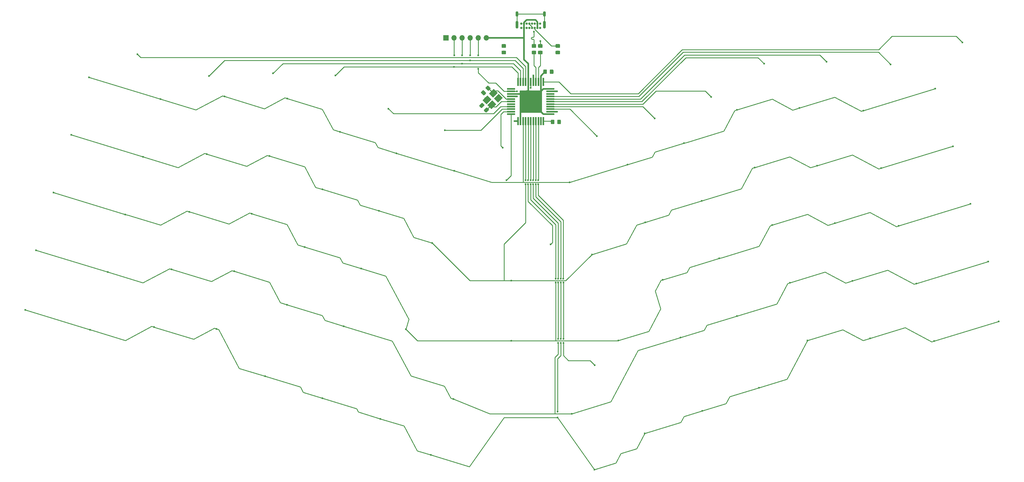
<source format=gtl>
G04 #@! TF.GenerationSoftware,KiCad,Pcbnew,(5.1.4)-1*
G04 #@! TF.CreationDate,2019-11-21T23:19:00-08:00*
G04 #@! TF.ProjectId,AODox,414f446f-782e-46b6-9963-61645f706362,v2*
G04 #@! TF.SameCoordinates,Original*
G04 #@! TF.FileFunction,Copper,L1,Top*
G04 #@! TF.FilePolarity,Positive*
%FSLAX46Y46*%
G04 Gerber Fmt 4.6, Leading zero omitted, Abs format (unit mm)*
G04 Created by KiCad (PCBNEW (5.1.4)-1) date 2019-11-21 23:19:00*
%MOMM*%
%LPD*%
G04 APERTURE LIST*
%ADD10O,0.900000X1.700000*%
%ADD11O,0.900000X2.400000*%
%ADD12C,0.700000*%
%ADD13C,0.100000*%
%ADD14C,1.150000*%
%ADD15R,1.700000X1.700000*%
%ADD16O,1.700000X1.700000*%
%ADD17C,1.800000*%
%ADD18R,0.550000X2.500000*%
%ADD19R,2.500000X0.550000*%
%ADD20C,0.600000*%
%ADD21C,0.508000*%
%ADD22C,0.254000*%
G04 APERTURE END LIST*
D10*
X215692251Y-64236000D03*
X224342251Y-64236000D03*
D11*
X215692251Y-67616000D03*
X224342251Y-67616000D03*
D12*
X219592251Y-67246000D03*
X217042251Y-67246000D03*
X217892251Y-67246000D03*
X218742251Y-67246000D03*
X222992251Y-67246000D03*
X221292251Y-67246000D03*
X220442251Y-67246000D03*
X222142251Y-67246000D03*
X217042251Y-68596000D03*
X217892251Y-68596000D03*
X218742251Y-68596000D03*
X219592251Y-68596000D03*
X220442251Y-68596000D03*
X221292251Y-68596000D03*
X222142251Y-68596000D03*
X222992251Y-68596000D03*
D13*
G36*
X206179943Y-93718980D02*
G01*
X206204211Y-93722580D01*
X206228010Y-93728541D01*
X206251109Y-93736806D01*
X206273288Y-93747296D01*
X206294331Y-93759908D01*
X206314037Y-93774523D01*
X206332215Y-93790999D01*
X206791836Y-94250620D01*
X206808312Y-94268798D01*
X206822927Y-94288504D01*
X206835539Y-94309547D01*
X206846029Y-94331726D01*
X206854294Y-94354825D01*
X206860255Y-94378624D01*
X206863855Y-94402892D01*
X206865059Y-94427396D01*
X206863855Y-94451900D01*
X206860255Y-94476168D01*
X206854294Y-94499967D01*
X206846029Y-94523066D01*
X206835539Y-94545245D01*
X206822927Y-94566288D01*
X206808312Y-94585994D01*
X206791836Y-94604172D01*
X206155439Y-95240569D01*
X206137261Y-95257045D01*
X206117555Y-95271660D01*
X206096512Y-95284272D01*
X206074333Y-95294762D01*
X206051234Y-95303027D01*
X206027435Y-95308988D01*
X206003167Y-95312588D01*
X205978663Y-95313792D01*
X205954159Y-95312588D01*
X205929891Y-95308988D01*
X205906092Y-95303027D01*
X205882993Y-95294762D01*
X205860814Y-95284272D01*
X205839771Y-95271660D01*
X205820065Y-95257045D01*
X205801887Y-95240569D01*
X205342266Y-94780948D01*
X205325790Y-94762770D01*
X205311175Y-94743064D01*
X205298563Y-94722021D01*
X205288073Y-94699842D01*
X205279808Y-94676743D01*
X205273847Y-94652944D01*
X205270247Y-94628676D01*
X205269043Y-94604172D01*
X205270247Y-94579668D01*
X205273847Y-94555400D01*
X205279808Y-94531601D01*
X205288073Y-94508502D01*
X205298563Y-94486323D01*
X205311175Y-94465280D01*
X205325790Y-94445574D01*
X205342266Y-94427396D01*
X205978663Y-93790999D01*
X205996841Y-93774523D01*
X206016547Y-93759908D01*
X206037590Y-93747296D01*
X206059769Y-93736806D01*
X206082868Y-93728541D01*
X206106667Y-93722580D01*
X206130935Y-93718980D01*
X206155439Y-93717776D01*
X206179943Y-93718980D01*
X206179943Y-93718980D01*
G37*
D14*
X206067051Y-94515784D03*
D13*
G36*
X204730375Y-92269412D02*
G01*
X204754643Y-92273012D01*
X204778442Y-92278973D01*
X204801541Y-92287238D01*
X204823720Y-92297728D01*
X204844763Y-92310340D01*
X204864469Y-92324955D01*
X204882647Y-92341431D01*
X205342268Y-92801052D01*
X205358744Y-92819230D01*
X205373359Y-92838936D01*
X205385971Y-92859979D01*
X205396461Y-92882158D01*
X205404726Y-92905257D01*
X205410687Y-92929056D01*
X205414287Y-92953324D01*
X205415491Y-92977828D01*
X205414287Y-93002332D01*
X205410687Y-93026600D01*
X205404726Y-93050399D01*
X205396461Y-93073498D01*
X205385971Y-93095677D01*
X205373359Y-93116720D01*
X205358744Y-93136426D01*
X205342268Y-93154604D01*
X204705871Y-93791001D01*
X204687693Y-93807477D01*
X204667987Y-93822092D01*
X204646944Y-93834704D01*
X204624765Y-93845194D01*
X204601666Y-93853459D01*
X204577867Y-93859420D01*
X204553599Y-93863020D01*
X204529095Y-93864224D01*
X204504591Y-93863020D01*
X204480323Y-93859420D01*
X204456524Y-93853459D01*
X204433425Y-93845194D01*
X204411246Y-93834704D01*
X204390203Y-93822092D01*
X204370497Y-93807477D01*
X204352319Y-93791001D01*
X203892698Y-93331380D01*
X203876222Y-93313202D01*
X203861607Y-93293496D01*
X203848995Y-93272453D01*
X203838505Y-93250274D01*
X203830240Y-93227175D01*
X203824279Y-93203376D01*
X203820679Y-93179108D01*
X203819475Y-93154604D01*
X203820679Y-93130100D01*
X203824279Y-93105832D01*
X203830240Y-93082033D01*
X203838505Y-93058934D01*
X203848995Y-93036755D01*
X203861607Y-93015712D01*
X203876222Y-92996006D01*
X203892698Y-92977828D01*
X204529095Y-92341431D01*
X204547273Y-92324955D01*
X204566979Y-92310340D01*
X204588022Y-92297728D01*
X204610201Y-92287238D01*
X204633300Y-92278973D01*
X204657099Y-92273012D01*
X204681367Y-92269412D01*
X204705871Y-92268208D01*
X204730375Y-92269412D01*
X204730375Y-92269412D01*
G37*
D14*
X204617483Y-93066216D03*
D13*
G36*
X226929921Y-81732837D02*
G01*
X226954189Y-81736437D01*
X226977988Y-81742398D01*
X227001087Y-81750663D01*
X227023266Y-81761153D01*
X227044309Y-81773765D01*
X227064015Y-81788380D01*
X227082193Y-81804856D01*
X227098669Y-81823034D01*
X227113284Y-81842740D01*
X227125896Y-81863783D01*
X227136386Y-81885962D01*
X227144651Y-81909061D01*
X227150612Y-81932860D01*
X227154212Y-81957128D01*
X227155416Y-81981632D01*
X227155416Y-82881634D01*
X227154212Y-82906138D01*
X227150612Y-82930406D01*
X227144651Y-82954205D01*
X227136386Y-82977304D01*
X227125896Y-82999483D01*
X227113284Y-83020526D01*
X227098669Y-83040232D01*
X227082193Y-83058410D01*
X227064015Y-83074886D01*
X227044309Y-83089501D01*
X227023266Y-83102113D01*
X227001087Y-83112603D01*
X226977988Y-83120868D01*
X226954189Y-83126829D01*
X226929921Y-83130429D01*
X226905417Y-83131633D01*
X226255415Y-83131633D01*
X226230911Y-83130429D01*
X226206643Y-83126829D01*
X226182844Y-83120868D01*
X226159745Y-83112603D01*
X226137566Y-83102113D01*
X226116523Y-83089501D01*
X226096817Y-83074886D01*
X226078639Y-83058410D01*
X226062163Y-83040232D01*
X226047548Y-83020526D01*
X226034936Y-82999483D01*
X226024446Y-82977304D01*
X226016181Y-82954205D01*
X226010220Y-82930406D01*
X226006620Y-82906138D01*
X226005416Y-82881634D01*
X226005416Y-81981632D01*
X226006620Y-81957128D01*
X226010220Y-81932860D01*
X226016181Y-81909061D01*
X226024446Y-81885962D01*
X226034936Y-81863783D01*
X226047548Y-81842740D01*
X226062163Y-81823034D01*
X226078639Y-81804856D01*
X226096817Y-81788380D01*
X226116523Y-81773765D01*
X226137566Y-81761153D01*
X226159745Y-81750663D01*
X226182844Y-81742398D01*
X226206643Y-81736437D01*
X226230911Y-81732837D01*
X226255415Y-81731633D01*
X226905417Y-81731633D01*
X226929921Y-81732837D01*
X226929921Y-81732837D01*
G37*
D14*
X226580416Y-82431633D03*
D13*
G36*
X224879921Y-81732837D02*
G01*
X224904189Y-81736437D01*
X224927988Y-81742398D01*
X224951087Y-81750663D01*
X224973266Y-81761153D01*
X224994309Y-81773765D01*
X225014015Y-81788380D01*
X225032193Y-81804856D01*
X225048669Y-81823034D01*
X225063284Y-81842740D01*
X225075896Y-81863783D01*
X225086386Y-81885962D01*
X225094651Y-81909061D01*
X225100612Y-81932860D01*
X225104212Y-81957128D01*
X225105416Y-81981632D01*
X225105416Y-82881634D01*
X225104212Y-82906138D01*
X225100612Y-82930406D01*
X225094651Y-82954205D01*
X225086386Y-82977304D01*
X225075896Y-82999483D01*
X225063284Y-83020526D01*
X225048669Y-83040232D01*
X225032193Y-83058410D01*
X225014015Y-83074886D01*
X224994309Y-83089501D01*
X224973266Y-83102113D01*
X224951087Y-83112603D01*
X224927988Y-83120868D01*
X224904189Y-83126829D01*
X224879921Y-83130429D01*
X224855417Y-83131633D01*
X224205415Y-83131633D01*
X224180911Y-83130429D01*
X224156643Y-83126829D01*
X224132844Y-83120868D01*
X224109745Y-83112603D01*
X224087566Y-83102113D01*
X224066523Y-83089501D01*
X224046817Y-83074886D01*
X224028639Y-83058410D01*
X224012163Y-83040232D01*
X223997548Y-83020526D01*
X223984936Y-82999483D01*
X223974446Y-82977304D01*
X223966181Y-82954205D01*
X223960220Y-82930406D01*
X223956620Y-82906138D01*
X223955416Y-82881634D01*
X223955416Y-81981632D01*
X223956620Y-81957128D01*
X223960220Y-81932860D01*
X223966181Y-81909061D01*
X223974446Y-81885962D01*
X223984936Y-81863783D01*
X223997548Y-81842740D01*
X224012163Y-81823034D01*
X224028639Y-81804856D01*
X224046817Y-81788380D01*
X224066523Y-81773765D01*
X224087566Y-81761153D01*
X224109745Y-81750663D01*
X224132844Y-81742398D01*
X224156643Y-81736437D01*
X224180911Y-81732837D01*
X224205415Y-81731633D01*
X224855417Y-81731633D01*
X224879921Y-81732837D01*
X224879921Y-81732837D01*
G37*
D14*
X224530416Y-82431633D03*
D13*
G36*
X206533150Y-86827241D02*
G01*
X206557418Y-86830841D01*
X206581217Y-86836802D01*
X206604316Y-86845067D01*
X206626495Y-86855557D01*
X206647538Y-86868169D01*
X206667244Y-86882784D01*
X206685422Y-86899260D01*
X207321819Y-87535657D01*
X207338295Y-87553835D01*
X207352910Y-87573541D01*
X207365522Y-87594584D01*
X207376012Y-87616763D01*
X207384277Y-87639862D01*
X207390238Y-87663661D01*
X207393838Y-87687929D01*
X207395042Y-87712433D01*
X207393838Y-87736937D01*
X207390238Y-87761205D01*
X207384277Y-87785004D01*
X207376012Y-87808103D01*
X207365522Y-87830282D01*
X207352910Y-87851325D01*
X207338295Y-87871031D01*
X207321819Y-87889209D01*
X206862198Y-88348830D01*
X206844020Y-88365306D01*
X206824314Y-88379921D01*
X206803271Y-88392533D01*
X206781092Y-88403023D01*
X206757993Y-88411288D01*
X206734194Y-88417249D01*
X206709926Y-88420849D01*
X206685422Y-88422053D01*
X206660918Y-88420849D01*
X206636650Y-88417249D01*
X206612851Y-88411288D01*
X206589752Y-88403023D01*
X206567573Y-88392533D01*
X206546530Y-88379921D01*
X206526824Y-88365306D01*
X206508646Y-88348830D01*
X205872249Y-87712433D01*
X205855773Y-87694255D01*
X205841158Y-87674549D01*
X205828546Y-87653506D01*
X205818056Y-87631327D01*
X205809791Y-87608228D01*
X205803830Y-87584429D01*
X205800230Y-87560161D01*
X205799026Y-87535657D01*
X205800230Y-87511153D01*
X205803830Y-87486885D01*
X205809791Y-87463086D01*
X205818056Y-87439987D01*
X205828546Y-87417808D01*
X205841158Y-87396765D01*
X205855773Y-87377059D01*
X205872249Y-87358881D01*
X206331870Y-86899260D01*
X206350048Y-86882784D01*
X206369754Y-86868169D01*
X206390797Y-86855557D01*
X206412976Y-86845067D01*
X206436075Y-86836802D01*
X206459874Y-86830841D01*
X206484142Y-86827241D01*
X206508646Y-86826037D01*
X206533150Y-86827241D01*
X206533150Y-86827241D01*
G37*
D14*
X206597034Y-87624045D03*
D13*
G36*
X205083582Y-88276809D02*
G01*
X205107850Y-88280409D01*
X205131649Y-88286370D01*
X205154748Y-88294635D01*
X205176927Y-88305125D01*
X205197970Y-88317737D01*
X205217676Y-88332352D01*
X205235854Y-88348828D01*
X205872251Y-88985225D01*
X205888727Y-89003403D01*
X205903342Y-89023109D01*
X205915954Y-89044152D01*
X205926444Y-89066331D01*
X205934709Y-89089430D01*
X205940670Y-89113229D01*
X205944270Y-89137497D01*
X205945474Y-89162001D01*
X205944270Y-89186505D01*
X205940670Y-89210773D01*
X205934709Y-89234572D01*
X205926444Y-89257671D01*
X205915954Y-89279850D01*
X205903342Y-89300893D01*
X205888727Y-89320599D01*
X205872251Y-89338777D01*
X205412630Y-89798398D01*
X205394452Y-89814874D01*
X205374746Y-89829489D01*
X205353703Y-89842101D01*
X205331524Y-89852591D01*
X205308425Y-89860856D01*
X205284626Y-89866817D01*
X205260358Y-89870417D01*
X205235854Y-89871621D01*
X205211350Y-89870417D01*
X205187082Y-89866817D01*
X205163283Y-89860856D01*
X205140184Y-89852591D01*
X205118005Y-89842101D01*
X205096962Y-89829489D01*
X205077256Y-89814874D01*
X205059078Y-89798398D01*
X204422681Y-89162001D01*
X204406205Y-89143823D01*
X204391590Y-89124117D01*
X204378978Y-89103074D01*
X204368488Y-89080895D01*
X204360223Y-89057796D01*
X204354262Y-89033997D01*
X204350662Y-89009729D01*
X204349458Y-88985225D01*
X204350662Y-88960721D01*
X204354262Y-88936453D01*
X204360223Y-88912654D01*
X204368488Y-88889555D01*
X204378978Y-88867376D01*
X204391590Y-88846333D01*
X204406205Y-88826627D01*
X204422681Y-88808449D01*
X204882302Y-88348828D01*
X204900480Y-88332352D01*
X204920186Y-88317737D01*
X204941229Y-88305125D01*
X204963408Y-88294635D01*
X204986507Y-88286370D01*
X205010306Y-88280409D01*
X205034574Y-88276809D01*
X205059078Y-88275605D01*
X205083582Y-88276809D01*
X205083582Y-88276809D01*
G37*
D14*
X205147466Y-89073613D03*
D15*
X193367368Y-71751324D03*
D16*
X195907368Y-71751324D03*
X198447368Y-71751324D03*
X200987368Y-71751324D03*
X203527368Y-71751324D03*
X206067368Y-71751324D03*
D13*
G36*
X221491537Y-73737200D02*
G01*
X221515805Y-73740800D01*
X221539604Y-73746761D01*
X221562703Y-73755026D01*
X221584882Y-73765516D01*
X221605925Y-73778128D01*
X221625631Y-73792743D01*
X221643809Y-73809219D01*
X221660285Y-73827397D01*
X221674900Y-73847103D01*
X221687512Y-73868146D01*
X221698002Y-73890325D01*
X221706267Y-73913424D01*
X221712228Y-73937223D01*
X221715828Y-73961491D01*
X221717032Y-73985995D01*
X221717032Y-74635997D01*
X221715828Y-74660501D01*
X221712228Y-74684769D01*
X221706267Y-74708568D01*
X221698002Y-74731667D01*
X221687512Y-74753846D01*
X221674900Y-74774889D01*
X221660285Y-74794595D01*
X221643809Y-74812773D01*
X221625631Y-74829249D01*
X221605925Y-74843864D01*
X221584882Y-74856476D01*
X221562703Y-74866966D01*
X221539604Y-74875231D01*
X221515805Y-74881192D01*
X221491537Y-74884792D01*
X221467033Y-74885996D01*
X220567031Y-74885996D01*
X220542527Y-74884792D01*
X220518259Y-74881192D01*
X220494460Y-74875231D01*
X220471361Y-74866966D01*
X220449182Y-74856476D01*
X220428139Y-74843864D01*
X220408433Y-74829249D01*
X220390255Y-74812773D01*
X220373779Y-74794595D01*
X220359164Y-74774889D01*
X220346552Y-74753846D01*
X220336062Y-74731667D01*
X220327797Y-74708568D01*
X220321836Y-74684769D01*
X220318236Y-74660501D01*
X220317032Y-74635997D01*
X220317032Y-73985995D01*
X220318236Y-73961491D01*
X220321836Y-73937223D01*
X220327797Y-73913424D01*
X220336062Y-73890325D01*
X220346552Y-73868146D01*
X220359164Y-73847103D01*
X220373779Y-73827397D01*
X220390255Y-73809219D01*
X220408433Y-73792743D01*
X220428139Y-73778128D01*
X220449182Y-73765516D01*
X220471361Y-73755026D01*
X220494460Y-73746761D01*
X220518259Y-73740800D01*
X220542527Y-73737200D01*
X220567031Y-73735996D01*
X221467033Y-73735996D01*
X221491537Y-73737200D01*
X221491537Y-73737200D01*
G37*
D14*
X221017032Y-74310996D03*
D13*
G36*
X221491537Y-75787200D02*
G01*
X221515805Y-75790800D01*
X221539604Y-75796761D01*
X221562703Y-75805026D01*
X221584882Y-75815516D01*
X221605925Y-75828128D01*
X221625631Y-75842743D01*
X221643809Y-75859219D01*
X221660285Y-75877397D01*
X221674900Y-75897103D01*
X221687512Y-75918146D01*
X221698002Y-75940325D01*
X221706267Y-75963424D01*
X221712228Y-75987223D01*
X221715828Y-76011491D01*
X221717032Y-76035995D01*
X221717032Y-76685997D01*
X221715828Y-76710501D01*
X221712228Y-76734769D01*
X221706267Y-76758568D01*
X221698002Y-76781667D01*
X221687512Y-76803846D01*
X221674900Y-76824889D01*
X221660285Y-76844595D01*
X221643809Y-76862773D01*
X221625631Y-76879249D01*
X221605925Y-76893864D01*
X221584882Y-76906476D01*
X221562703Y-76916966D01*
X221539604Y-76925231D01*
X221515805Y-76931192D01*
X221491537Y-76934792D01*
X221467033Y-76935996D01*
X220567031Y-76935996D01*
X220542527Y-76934792D01*
X220518259Y-76931192D01*
X220494460Y-76925231D01*
X220471361Y-76916966D01*
X220449182Y-76906476D01*
X220428139Y-76893864D01*
X220408433Y-76879249D01*
X220390255Y-76862773D01*
X220373779Y-76844595D01*
X220359164Y-76824889D01*
X220346552Y-76803846D01*
X220336062Y-76781667D01*
X220327797Y-76758568D01*
X220321836Y-76734769D01*
X220318236Y-76710501D01*
X220317032Y-76685997D01*
X220317032Y-76035995D01*
X220318236Y-76011491D01*
X220321836Y-75987223D01*
X220327797Y-75963424D01*
X220336062Y-75940325D01*
X220346552Y-75918146D01*
X220359164Y-75897103D01*
X220373779Y-75877397D01*
X220390255Y-75859219D01*
X220408433Y-75842743D01*
X220428139Y-75828128D01*
X220449182Y-75815516D01*
X220471361Y-75805026D01*
X220494460Y-75796761D01*
X220518259Y-75790800D01*
X220542527Y-75787200D01*
X220567031Y-75785996D01*
X221467033Y-75785996D01*
X221491537Y-75787200D01*
X221491537Y-75787200D01*
G37*
D14*
X221017032Y-76360996D03*
D13*
G36*
X229299918Y-97562837D02*
G01*
X229324186Y-97566437D01*
X229347985Y-97572398D01*
X229371084Y-97580663D01*
X229393263Y-97591153D01*
X229414306Y-97603765D01*
X229434012Y-97618380D01*
X229452190Y-97634856D01*
X229468666Y-97653034D01*
X229483281Y-97672740D01*
X229495893Y-97693783D01*
X229506383Y-97715962D01*
X229514648Y-97739061D01*
X229520609Y-97762860D01*
X229524209Y-97787128D01*
X229525413Y-97811632D01*
X229525413Y-98711634D01*
X229524209Y-98736138D01*
X229520609Y-98760406D01*
X229514648Y-98784205D01*
X229506383Y-98807304D01*
X229495893Y-98829483D01*
X229483281Y-98850526D01*
X229468666Y-98870232D01*
X229452190Y-98888410D01*
X229434012Y-98904886D01*
X229414306Y-98919501D01*
X229393263Y-98932113D01*
X229371084Y-98942603D01*
X229347985Y-98950868D01*
X229324186Y-98956829D01*
X229299918Y-98960429D01*
X229275414Y-98961633D01*
X228625412Y-98961633D01*
X228600908Y-98960429D01*
X228576640Y-98956829D01*
X228552841Y-98950868D01*
X228529742Y-98942603D01*
X228507563Y-98932113D01*
X228486520Y-98919501D01*
X228466814Y-98904886D01*
X228448636Y-98888410D01*
X228432160Y-98870232D01*
X228417545Y-98850526D01*
X228404933Y-98829483D01*
X228394443Y-98807304D01*
X228386178Y-98784205D01*
X228380217Y-98760406D01*
X228376617Y-98736138D01*
X228375413Y-98711634D01*
X228375413Y-97811632D01*
X228376617Y-97787128D01*
X228380217Y-97762860D01*
X228386178Y-97739061D01*
X228394443Y-97715962D01*
X228404933Y-97693783D01*
X228417545Y-97672740D01*
X228432160Y-97653034D01*
X228448636Y-97634856D01*
X228466814Y-97618380D01*
X228486520Y-97603765D01*
X228507563Y-97591153D01*
X228529742Y-97580663D01*
X228552841Y-97572398D01*
X228576640Y-97566437D01*
X228600908Y-97562837D01*
X228625412Y-97561633D01*
X229275414Y-97561633D01*
X229299918Y-97562837D01*
X229299918Y-97562837D01*
G37*
D14*
X228950413Y-98261633D03*
D13*
G36*
X227249918Y-97562837D02*
G01*
X227274186Y-97566437D01*
X227297985Y-97572398D01*
X227321084Y-97580663D01*
X227343263Y-97591153D01*
X227364306Y-97603765D01*
X227384012Y-97618380D01*
X227402190Y-97634856D01*
X227418666Y-97653034D01*
X227433281Y-97672740D01*
X227445893Y-97693783D01*
X227456383Y-97715962D01*
X227464648Y-97739061D01*
X227470609Y-97762860D01*
X227474209Y-97787128D01*
X227475413Y-97811632D01*
X227475413Y-98711634D01*
X227474209Y-98736138D01*
X227470609Y-98760406D01*
X227464648Y-98784205D01*
X227456383Y-98807304D01*
X227445893Y-98829483D01*
X227433281Y-98850526D01*
X227418666Y-98870232D01*
X227402190Y-98888410D01*
X227384012Y-98904886D01*
X227364306Y-98919501D01*
X227343263Y-98932113D01*
X227321084Y-98942603D01*
X227297985Y-98950868D01*
X227274186Y-98956829D01*
X227249918Y-98960429D01*
X227225414Y-98961633D01*
X226575412Y-98961633D01*
X226550908Y-98960429D01*
X226526640Y-98956829D01*
X226502841Y-98950868D01*
X226479742Y-98942603D01*
X226457563Y-98932113D01*
X226436520Y-98919501D01*
X226416814Y-98904886D01*
X226398636Y-98888410D01*
X226382160Y-98870232D01*
X226367545Y-98850526D01*
X226354933Y-98829483D01*
X226344443Y-98807304D01*
X226336178Y-98784205D01*
X226330217Y-98760406D01*
X226326617Y-98736138D01*
X226325413Y-98711634D01*
X226325413Y-97811632D01*
X226326617Y-97787128D01*
X226330217Y-97762860D01*
X226336178Y-97739061D01*
X226344443Y-97715962D01*
X226354933Y-97693783D01*
X226367545Y-97672740D01*
X226382160Y-97653034D01*
X226398636Y-97634856D01*
X226416814Y-97618380D01*
X226436520Y-97603765D01*
X226457563Y-97591153D01*
X226479742Y-97580663D01*
X226502841Y-97572398D01*
X226526640Y-97566437D01*
X226550908Y-97562837D01*
X226575412Y-97561633D01*
X227225414Y-97561633D01*
X227249918Y-97562837D01*
X227249918Y-97562837D01*
G37*
D14*
X226900413Y-98261633D03*
D13*
G36*
X228991771Y-75787206D02*
G01*
X229016039Y-75790806D01*
X229039838Y-75796767D01*
X229062937Y-75805032D01*
X229085116Y-75815522D01*
X229106159Y-75828134D01*
X229125865Y-75842749D01*
X229144043Y-75859225D01*
X229160519Y-75877403D01*
X229175134Y-75897109D01*
X229187746Y-75918152D01*
X229198236Y-75940331D01*
X229206501Y-75963430D01*
X229212462Y-75987229D01*
X229216062Y-76011497D01*
X229217266Y-76036001D01*
X229217266Y-76686003D01*
X229216062Y-76710507D01*
X229212462Y-76734775D01*
X229206501Y-76758574D01*
X229198236Y-76781673D01*
X229187746Y-76803852D01*
X229175134Y-76824895D01*
X229160519Y-76844601D01*
X229144043Y-76862779D01*
X229125865Y-76879255D01*
X229106159Y-76893870D01*
X229085116Y-76906482D01*
X229062937Y-76916972D01*
X229039838Y-76925237D01*
X229016039Y-76931198D01*
X228991771Y-76934798D01*
X228967267Y-76936002D01*
X228067265Y-76936002D01*
X228042761Y-76934798D01*
X228018493Y-76931198D01*
X227994694Y-76925237D01*
X227971595Y-76916972D01*
X227949416Y-76906482D01*
X227928373Y-76893870D01*
X227908667Y-76879255D01*
X227890489Y-76862779D01*
X227874013Y-76844601D01*
X227859398Y-76824895D01*
X227846786Y-76803852D01*
X227836296Y-76781673D01*
X227828031Y-76758574D01*
X227822070Y-76734775D01*
X227818470Y-76710507D01*
X227817266Y-76686003D01*
X227817266Y-76036001D01*
X227818470Y-76011497D01*
X227822070Y-75987229D01*
X227828031Y-75963430D01*
X227836296Y-75940331D01*
X227846786Y-75918152D01*
X227859398Y-75897109D01*
X227874013Y-75877403D01*
X227890489Y-75859225D01*
X227908667Y-75842749D01*
X227928373Y-75828134D01*
X227949416Y-75815522D01*
X227971595Y-75805032D01*
X227994694Y-75796767D01*
X228018493Y-75790806D01*
X228042761Y-75787206D01*
X228067265Y-75786002D01*
X228967267Y-75786002D01*
X228991771Y-75787206D01*
X228991771Y-75787206D01*
G37*
D14*
X228517266Y-76361002D03*
D13*
G36*
X228991771Y-73737206D02*
G01*
X229016039Y-73740806D01*
X229039838Y-73746767D01*
X229062937Y-73755032D01*
X229085116Y-73765522D01*
X229106159Y-73778134D01*
X229125865Y-73792749D01*
X229144043Y-73809225D01*
X229160519Y-73827403D01*
X229175134Y-73847109D01*
X229187746Y-73868152D01*
X229198236Y-73890331D01*
X229206501Y-73913430D01*
X229212462Y-73937229D01*
X229216062Y-73961497D01*
X229217266Y-73986001D01*
X229217266Y-74636003D01*
X229216062Y-74660507D01*
X229212462Y-74684775D01*
X229206501Y-74708574D01*
X229198236Y-74731673D01*
X229187746Y-74753852D01*
X229175134Y-74774895D01*
X229160519Y-74794601D01*
X229144043Y-74812779D01*
X229125865Y-74829255D01*
X229106159Y-74843870D01*
X229085116Y-74856482D01*
X229062937Y-74866972D01*
X229039838Y-74875237D01*
X229016039Y-74881198D01*
X228991771Y-74884798D01*
X228967267Y-74886002D01*
X228067265Y-74886002D01*
X228042761Y-74884798D01*
X228018493Y-74881198D01*
X227994694Y-74875237D01*
X227971595Y-74866972D01*
X227949416Y-74856482D01*
X227928373Y-74843870D01*
X227908667Y-74829255D01*
X227890489Y-74812779D01*
X227874013Y-74794601D01*
X227859398Y-74774895D01*
X227846786Y-74753852D01*
X227836296Y-74731673D01*
X227828031Y-74708574D01*
X227822070Y-74684775D01*
X227818470Y-74660507D01*
X227817266Y-74636003D01*
X227817266Y-73986001D01*
X227818470Y-73961497D01*
X227822070Y-73937229D01*
X227828031Y-73913430D01*
X227836296Y-73890331D01*
X227846786Y-73868152D01*
X227859398Y-73847109D01*
X227874013Y-73827403D01*
X227890489Y-73809225D01*
X227908667Y-73792749D01*
X227928373Y-73778134D01*
X227949416Y-73765522D01*
X227971595Y-73755032D01*
X227994694Y-73746767D01*
X228018493Y-73740806D01*
X228042761Y-73737206D01*
X228067265Y-73736002D01*
X228967267Y-73736002D01*
X228991771Y-73737206D01*
X228991771Y-73737206D01*
G37*
D14*
X228517266Y-74311002D03*
D13*
G36*
X211991767Y-75787199D02*
G01*
X212016035Y-75790799D01*
X212039834Y-75796760D01*
X212062933Y-75805025D01*
X212085112Y-75815515D01*
X212106155Y-75828127D01*
X212125861Y-75842742D01*
X212144039Y-75859218D01*
X212160515Y-75877396D01*
X212175130Y-75897102D01*
X212187742Y-75918145D01*
X212198232Y-75940324D01*
X212206497Y-75963423D01*
X212212458Y-75987222D01*
X212216058Y-76011490D01*
X212217262Y-76035994D01*
X212217262Y-76685996D01*
X212216058Y-76710500D01*
X212212458Y-76734768D01*
X212206497Y-76758567D01*
X212198232Y-76781666D01*
X212187742Y-76803845D01*
X212175130Y-76824888D01*
X212160515Y-76844594D01*
X212144039Y-76862772D01*
X212125861Y-76879248D01*
X212106155Y-76893863D01*
X212085112Y-76906475D01*
X212062933Y-76916965D01*
X212039834Y-76925230D01*
X212016035Y-76931191D01*
X211991767Y-76934791D01*
X211967263Y-76935995D01*
X211067261Y-76935995D01*
X211042757Y-76934791D01*
X211018489Y-76931191D01*
X210994690Y-76925230D01*
X210971591Y-76916965D01*
X210949412Y-76906475D01*
X210928369Y-76893863D01*
X210908663Y-76879248D01*
X210890485Y-76862772D01*
X210874009Y-76844594D01*
X210859394Y-76824888D01*
X210846782Y-76803845D01*
X210836292Y-76781666D01*
X210828027Y-76758567D01*
X210822066Y-76734768D01*
X210818466Y-76710500D01*
X210817262Y-76685996D01*
X210817262Y-76035994D01*
X210818466Y-76011490D01*
X210822066Y-75987222D01*
X210828027Y-75963423D01*
X210836292Y-75940324D01*
X210846782Y-75918145D01*
X210859394Y-75897102D01*
X210874009Y-75877396D01*
X210890485Y-75859218D01*
X210908663Y-75842742D01*
X210928369Y-75828127D01*
X210949412Y-75815515D01*
X210971591Y-75805025D01*
X210994690Y-75796760D01*
X211018489Y-75790799D01*
X211042757Y-75787199D01*
X211067261Y-75785995D01*
X211967263Y-75785995D01*
X211991767Y-75787199D01*
X211991767Y-75787199D01*
G37*
D14*
X211517262Y-76360995D03*
D13*
G36*
X211991767Y-73737199D02*
G01*
X212016035Y-73740799D01*
X212039834Y-73746760D01*
X212062933Y-73755025D01*
X212085112Y-73765515D01*
X212106155Y-73778127D01*
X212125861Y-73792742D01*
X212144039Y-73809218D01*
X212160515Y-73827396D01*
X212175130Y-73847102D01*
X212187742Y-73868145D01*
X212198232Y-73890324D01*
X212206497Y-73913423D01*
X212212458Y-73937222D01*
X212216058Y-73961490D01*
X212217262Y-73985994D01*
X212217262Y-74635996D01*
X212216058Y-74660500D01*
X212212458Y-74684768D01*
X212206497Y-74708567D01*
X212198232Y-74731666D01*
X212187742Y-74753845D01*
X212175130Y-74774888D01*
X212160515Y-74794594D01*
X212144039Y-74812772D01*
X212125861Y-74829248D01*
X212106155Y-74843863D01*
X212085112Y-74856475D01*
X212062933Y-74866965D01*
X212039834Y-74875230D01*
X212016035Y-74881191D01*
X211991767Y-74884791D01*
X211967263Y-74885995D01*
X211067261Y-74885995D01*
X211042757Y-74884791D01*
X211018489Y-74881191D01*
X210994690Y-74875230D01*
X210971591Y-74866965D01*
X210949412Y-74856475D01*
X210928369Y-74843863D01*
X210908663Y-74829248D01*
X210890485Y-74812772D01*
X210874009Y-74794594D01*
X210859394Y-74774888D01*
X210846782Y-74753845D01*
X210836292Y-74731666D01*
X210828027Y-74708567D01*
X210822066Y-74684768D01*
X210818466Y-74660500D01*
X210817262Y-74635996D01*
X210817262Y-73985994D01*
X210818466Y-73961490D01*
X210822066Y-73937222D01*
X210828027Y-73913423D01*
X210836292Y-73890324D01*
X210846782Y-73868145D01*
X210859394Y-73847102D01*
X210874009Y-73827396D01*
X210890485Y-73809218D01*
X210908663Y-73792742D01*
X210928369Y-73778127D01*
X210949412Y-73765515D01*
X210971591Y-73755025D01*
X210994690Y-73746760D01*
X211018489Y-73740799D01*
X211042757Y-73737199D01*
X211067261Y-73735995D01*
X211967263Y-73735995D01*
X211991767Y-73737199D01*
X211991767Y-73737199D01*
G37*
D14*
X211517262Y-74310995D03*
D17*
X209835387Y-90773515D03*
D13*
G36*
X209941453Y-89394657D02*
G01*
X211214245Y-90667449D01*
X209729321Y-92152373D01*
X208456529Y-90879581D01*
X209941453Y-89394657D01*
X209941453Y-89394657D01*
G37*
D17*
X207784778Y-92824124D03*
D13*
G36*
X207890844Y-91445266D02*
G01*
X209163636Y-92718058D01*
X207678712Y-94202982D01*
X206405920Y-92930190D01*
X207890844Y-91445266D01*
X207890844Y-91445266D01*
G37*
D17*
X206229143Y-91268489D03*
D13*
G36*
X206335209Y-89889631D02*
G01*
X207608001Y-91162423D01*
X206123077Y-92647347D01*
X204850285Y-91374555D01*
X206335209Y-89889631D01*
X206335209Y-89889631D01*
G37*
D17*
X208279752Y-89217880D03*
D13*
G36*
X208385818Y-87839022D02*
G01*
X209658610Y-89111814D01*
X208173686Y-90596738D01*
X206900894Y-89323946D01*
X208385818Y-87839022D01*
X208385818Y-87839022D01*
G37*
G36*
X223491539Y-73737202D02*
G01*
X223515807Y-73740802D01*
X223539606Y-73746763D01*
X223562705Y-73755028D01*
X223584884Y-73765518D01*
X223605927Y-73778130D01*
X223625633Y-73792745D01*
X223643811Y-73809221D01*
X223660287Y-73827399D01*
X223674902Y-73847105D01*
X223687514Y-73868148D01*
X223698004Y-73890327D01*
X223706269Y-73913426D01*
X223712230Y-73937225D01*
X223715830Y-73961493D01*
X223717034Y-73985997D01*
X223717034Y-74635999D01*
X223715830Y-74660503D01*
X223712230Y-74684771D01*
X223706269Y-74708570D01*
X223698004Y-74731669D01*
X223687514Y-74753848D01*
X223674902Y-74774891D01*
X223660287Y-74794597D01*
X223643811Y-74812775D01*
X223625633Y-74829251D01*
X223605927Y-74843866D01*
X223584884Y-74856478D01*
X223562705Y-74866968D01*
X223539606Y-74875233D01*
X223515807Y-74881194D01*
X223491539Y-74884794D01*
X223467035Y-74885998D01*
X222567033Y-74885998D01*
X222542529Y-74884794D01*
X222518261Y-74881194D01*
X222494462Y-74875233D01*
X222471363Y-74866968D01*
X222449184Y-74856478D01*
X222428141Y-74843866D01*
X222408435Y-74829251D01*
X222390257Y-74812775D01*
X222373781Y-74794597D01*
X222359166Y-74774891D01*
X222346554Y-74753848D01*
X222336064Y-74731669D01*
X222327799Y-74708570D01*
X222321838Y-74684771D01*
X222318238Y-74660503D01*
X222317034Y-74635999D01*
X222317034Y-73985997D01*
X222318238Y-73961493D01*
X222321838Y-73937225D01*
X222327799Y-73913426D01*
X222336064Y-73890327D01*
X222346554Y-73868148D01*
X222359166Y-73847105D01*
X222373781Y-73827399D01*
X222390257Y-73809221D01*
X222408435Y-73792745D01*
X222428141Y-73778130D01*
X222449184Y-73765518D01*
X222471363Y-73755028D01*
X222494462Y-73746763D01*
X222518261Y-73740802D01*
X222542529Y-73737202D01*
X222567033Y-73735998D01*
X223467035Y-73735998D01*
X223491539Y-73737202D01*
X223491539Y-73737202D01*
G37*
D14*
X223017034Y-74310998D03*
D13*
G36*
X223491539Y-75787202D02*
G01*
X223515807Y-75790802D01*
X223539606Y-75796763D01*
X223562705Y-75805028D01*
X223584884Y-75815518D01*
X223605927Y-75828130D01*
X223625633Y-75842745D01*
X223643811Y-75859221D01*
X223660287Y-75877399D01*
X223674902Y-75897105D01*
X223687514Y-75918148D01*
X223698004Y-75940327D01*
X223706269Y-75963426D01*
X223712230Y-75987225D01*
X223715830Y-76011493D01*
X223717034Y-76035997D01*
X223717034Y-76685999D01*
X223715830Y-76710503D01*
X223712230Y-76734771D01*
X223706269Y-76758570D01*
X223698004Y-76781669D01*
X223687514Y-76803848D01*
X223674902Y-76824891D01*
X223660287Y-76844597D01*
X223643811Y-76862775D01*
X223625633Y-76879251D01*
X223605927Y-76893866D01*
X223584884Y-76906478D01*
X223562705Y-76916968D01*
X223539606Y-76925233D01*
X223515807Y-76931194D01*
X223491539Y-76934794D01*
X223467035Y-76935998D01*
X222567033Y-76935998D01*
X222542529Y-76934794D01*
X222518261Y-76931194D01*
X222494462Y-76925233D01*
X222471363Y-76916968D01*
X222449184Y-76906478D01*
X222428141Y-76893866D01*
X222408435Y-76879251D01*
X222390257Y-76862775D01*
X222373781Y-76844597D01*
X222359166Y-76824891D01*
X222346554Y-76803848D01*
X222336064Y-76781669D01*
X222327799Y-76758570D01*
X222321838Y-76734771D01*
X222318238Y-76710503D01*
X222317034Y-76685999D01*
X222317034Y-76035997D01*
X222318238Y-76011493D01*
X222321838Y-75987225D01*
X222327799Y-75963426D01*
X222336064Y-75940327D01*
X222346554Y-75918148D01*
X222359166Y-75897105D01*
X222373781Y-75877399D01*
X222390257Y-75859221D01*
X222408435Y-75842745D01*
X222428141Y-75828130D01*
X222449184Y-75815518D01*
X222471363Y-75805028D01*
X222494462Y-75796763D01*
X222518261Y-75790802D01*
X222542529Y-75787202D01*
X222567033Y-75785998D01*
X223467035Y-75785998D01*
X223491539Y-75787202D01*
X223491539Y-75787202D01*
G37*
D14*
X223017034Y-76360998D03*
D18*
X224017039Y-85635996D03*
X223217039Y-85635996D03*
X222417039Y-85635996D03*
X221617039Y-85635996D03*
X220817039Y-85635996D03*
X220017039Y-85635996D03*
X219217039Y-85635996D03*
X218417039Y-85635996D03*
X217617039Y-85635996D03*
X216817039Y-85635996D03*
X216017039Y-85635996D03*
D19*
X213817039Y-87835996D03*
X213817039Y-88635996D03*
X213817039Y-89435996D03*
X213817039Y-90235996D03*
X213817039Y-91035996D03*
X213817039Y-91835996D03*
X213817039Y-92635996D03*
X213817039Y-93435996D03*
X213817039Y-94235996D03*
X213817039Y-95035996D03*
X213817039Y-95835996D03*
D18*
X216017039Y-98035996D03*
X216817039Y-98035996D03*
X217617039Y-98035996D03*
X218417039Y-98035996D03*
X219217039Y-98035996D03*
X220017039Y-98035996D03*
X220817039Y-98035996D03*
X221617039Y-98035996D03*
X222417039Y-98035996D03*
X223217039Y-98035996D03*
X224017039Y-98035996D03*
D19*
X226217039Y-95835996D03*
X226217039Y-95035996D03*
X226217039Y-94235996D03*
X226217039Y-93435996D03*
X226217039Y-92635996D03*
X226217039Y-91835996D03*
X226217039Y-91035996D03*
X226217039Y-90235996D03*
X226217039Y-89435996D03*
X226217039Y-88635996D03*
X226217039Y-87835996D03*
D20*
X223037270Y-90601001D03*
X216812267Y-94842816D03*
X223162267Y-94842815D03*
X218862266Y-88556001D03*
X216937266Y-90651000D03*
X215697248Y-90223829D03*
X220817263Y-83585999D03*
X209835386Y-90773513D03*
X206229142Y-91268486D03*
X214937271Y-98045999D03*
X204617486Y-93066214D03*
X228267267Y-88625997D03*
X228267263Y-95015999D03*
X226580411Y-82431633D03*
X228950411Y-98261635D03*
X205147465Y-89073613D03*
X211517262Y-76360996D03*
X228517266Y-76361003D03*
X220017853Y-87542816D03*
X80938205Y-84184805D03*
X123653384Y-90261494D03*
X159992978Y-101371600D03*
X143336212Y-90867663D03*
X177790680Y-108143620D03*
X103530943Y-91092105D03*
X232311483Y-117294848D03*
X284935723Y-94463836D03*
X268278979Y-104967786D03*
X250481223Y-111739794D03*
X195960438Y-113698673D03*
X304618569Y-93857673D03*
X324740975Y-94688270D03*
X347333680Y-87780979D03*
X75383119Y-102354585D03*
X137781122Y-109037451D03*
X97975863Y-109261874D03*
X154437919Y-119541391D03*
X118098296Y-108431284D03*
X172235624Y-126313405D03*
X239267507Y-140046939D03*
X189004444Y-136450756D03*
X213867240Y-148304197D03*
X352888800Y-105950762D03*
X330296058Y-112858052D03*
X310173621Y-112027457D03*
X290490789Y-112633634D03*
X273834038Y-123137563D03*
X256036309Y-129909575D03*
X218391841Y-116664648D03*
X218391840Y-117925049D03*
X92420810Y-127431691D03*
X166680574Y-144483203D03*
X132226073Y-127207271D03*
X112543248Y-126601109D03*
X247575705Y-167221958D03*
X69828036Y-120524385D03*
X180696193Y-163625764D03*
X148882841Y-137711198D03*
X213867240Y-167304189D03*
X227857890Y-148934397D03*
X227857890Y-147673994D03*
X261591392Y-148079392D03*
X279389118Y-141307385D03*
X296045875Y-130803450D03*
X315728676Y-130197266D03*
X335851111Y-131027862D03*
X358443854Y-124120571D03*
X219998244Y-116664649D03*
X219998245Y-117925050D03*
X161125484Y-162653004D03*
X232923099Y-190264043D03*
X195707009Y-185656350D03*
X64272984Y-138694175D03*
X143327789Y-155880989D03*
X86865725Y-145601457D03*
X106988188Y-144770893D03*
X126671016Y-145377060D03*
X228661092Y-147673995D03*
X228661091Y-148934395D03*
X228657688Y-166673986D03*
X228657686Y-167934386D03*
X363998912Y-142290350D03*
X341406168Y-149197649D03*
X321283755Y-148367066D03*
X301600941Y-148973228D03*
X284944172Y-159477169D03*
X267146444Y-166249178D03*
X220801448Y-116664649D03*
X220801448Y-117925049D03*
X60929387Y-157540068D03*
X81310674Y-163771254D03*
X101433107Y-162940684D03*
X121115936Y-163546853D03*
X136420499Y-178473696D03*
X188589487Y-203272846D03*
X172705564Y-191867103D03*
X154428504Y-185391381D03*
X240040621Y-207880528D03*
X229464295Y-147673996D03*
X229487689Y-148934394D03*
X229497689Y-166673983D03*
X229460895Y-167934385D03*
X255924561Y-196474798D03*
X273976103Y-189395884D03*
X291851432Y-182069873D03*
X307156000Y-167143038D03*
X326838783Y-166536866D03*
X346961250Y-167367448D03*
X367342534Y-161136264D03*
X228443217Y-191481875D03*
X228447854Y-189633843D03*
X221604651Y-116664649D03*
X221604650Y-117925049D03*
X158574378Y-83574553D03*
X195907853Y-80902815D03*
X195917853Y-77306126D03*
X138891550Y-82968380D03*
X198447853Y-77306126D03*
X198449342Y-79871326D03*
X118769112Y-83798997D03*
X200987853Y-77306126D03*
X200986362Y-78891323D03*
X221027854Y-69822815D03*
X223017854Y-72782816D03*
X211517262Y-74310995D03*
X96176369Y-76891692D03*
X175231146Y-94078488D03*
X193028835Y-100850507D03*
X211198612Y-106405559D03*
X240866251Y-102727512D03*
X259035992Y-97172457D03*
X276833750Y-90400455D03*
X293490486Y-79896505D03*
X313173334Y-79290341D03*
X333295739Y-80120937D03*
X355888453Y-73213640D03*
X226307262Y-136874554D03*
X219195041Y-116664649D03*
X219195042Y-117925049D03*
X212347689Y-116664646D03*
X230267497Y-147673994D03*
X230290893Y-148934398D03*
X230300891Y-166673985D03*
X230297691Y-167934388D03*
X240175681Y-175006549D03*
X222407854Y-116664650D03*
X222407853Y-117925049D03*
X203517853Y-77306126D03*
X203517853Y-81533015D03*
X215677854Y-88632815D03*
D21*
X206067363Y-71751326D02*
X217892247Y-71751325D01*
X226217033Y-87835998D02*
X224017265Y-87835997D01*
X223217035Y-88636229D02*
X223217032Y-85636000D01*
X224017265Y-87835997D02*
X223217035Y-88636229D01*
X223217036Y-85636001D02*
X223217036Y-83745013D01*
X223217036Y-83745013D02*
X224530411Y-82431637D01*
X224017265Y-95835999D02*
X223017265Y-94836001D01*
X226217032Y-95836001D02*
X224017265Y-95835999D01*
X216817034Y-98035999D02*
X216817037Y-94835999D01*
X213817032Y-89436000D02*
X217017264Y-89436002D01*
X219217035Y-85636000D02*
X219217037Y-88835997D01*
X219217031Y-83877998D02*
X219217035Y-85636000D01*
X219217032Y-79931993D02*
X219217031Y-83877998D01*
X217892248Y-78607211D02*
X219217032Y-79931993D01*
X222142250Y-66751025D02*
X221492859Y-66101637D01*
X222142250Y-68595999D02*
X222142250Y-66751025D01*
X221492859Y-66101637D02*
X218691956Y-66101636D01*
X218691956Y-66101636D02*
X217892252Y-66901342D01*
X217892252Y-66901342D02*
X217892250Y-67246000D01*
X217892249Y-68596001D02*
X217892248Y-78607211D01*
X217892250Y-67246000D02*
X217892249Y-68596001D01*
X220817033Y-85635994D02*
X220817035Y-83586231D01*
X220817035Y-83586231D02*
X220817263Y-83585999D01*
X226217027Y-95036001D02*
X228247264Y-95035996D01*
X228247264Y-95035996D02*
X228267263Y-95015999D01*
X216017033Y-98035998D02*
X214947264Y-98036003D01*
X214947264Y-98036003D02*
X214937271Y-98045999D01*
X228257266Y-88636000D02*
X228267267Y-88625997D01*
X226217035Y-88635999D02*
X228257266Y-88636000D01*
X215685072Y-90236000D02*
X215697248Y-90223829D01*
X213817032Y-90236002D02*
X215685072Y-90236000D01*
D22*
X208279750Y-89217880D02*
X208190867Y-89217876D01*
X208190867Y-89217876D02*
X206597037Y-87624042D01*
X212313036Y-91035999D02*
X213817037Y-91035998D01*
X209681743Y-88404707D02*
X212313036Y-91035999D01*
X208279758Y-89217880D02*
X209092926Y-88404708D01*
X209092926Y-88404708D02*
X209681743Y-88404707D01*
X209102464Y-93531228D02*
X210797691Y-91836000D01*
X210797691Y-91836000D02*
X213817035Y-91835999D01*
X208491883Y-93531231D02*
X209102464Y-93531228D01*
X207784778Y-92824125D02*
X208491883Y-93531231D01*
X207784780Y-92824122D02*
X207758711Y-92824119D01*
X207758711Y-92824119D02*
X206067050Y-94515783D01*
X220017040Y-85635996D02*
X220017039Y-87542001D01*
X220017039Y-87542001D02*
X220017853Y-87542816D01*
X154401956Y-94250805D02*
X143336212Y-90867663D01*
X157837806Y-100712699D02*
X154401956Y-94250805D01*
X159992978Y-101371600D02*
X157837806Y-100712699D01*
X114594229Y-94474487D02*
X103530943Y-91092105D01*
X123653384Y-90261494D02*
X122932326Y-90041045D01*
X122932326Y-90041045D02*
X114594229Y-94474487D01*
X195960438Y-113698673D02*
X195239385Y-113478222D01*
X195239385Y-113478222D02*
X177790680Y-108143620D01*
X177790680Y-108143620D02*
X171898845Y-106342305D01*
X171898845Y-106342305D02*
X171053940Y-104753275D01*
X171053940Y-104753275D02*
X159992978Y-101371600D01*
X284935723Y-94463836D02*
X284214667Y-94684287D01*
X284214667Y-94684287D02*
X280778801Y-101146209D01*
X280778801Y-101146209D02*
X269000034Y-104747340D01*
X269000034Y-104747340D02*
X268278979Y-104967786D01*
X250481217Y-111739805D02*
X250481223Y-111739794D01*
X232311483Y-117294848D02*
X250481217Y-111739805D01*
X142615154Y-90647216D02*
X136153231Y-94083082D01*
X143336212Y-90867663D02*
X142615154Y-90647216D01*
X136153231Y-94083082D02*
X123653384Y-90261494D01*
X103530943Y-91092105D02*
X80938213Y-84184812D01*
X80938213Y-84184812D02*
X80938205Y-84184805D01*
X207722178Y-117294848D02*
X195960370Y-113698901D01*
X258248226Y-109365185D02*
X250481223Y-111739794D01*
X268278979Y-104967786D02*
X259093111Y-107776192D01*
X259093111Y-107776192D02*
X258248226Y-109365185D01*
X302463585Y-94516519D02*
X304618569Y-93857673D01*
X284935723Y-94463836D02*
X296001647Y-91080643D01*
X296001647Y-91080643D02*
X302463585Y-94516519D01*
X324027349Y-94906449D02*
X324740975Y-94688270D01*
X304618569Y-93857673D02*
X315689283Y-90473018D01*
X315689283Y-90473018D02*
X324027349Y-94906449D01*
X324740975Y-94688270D02*
X347333680Y-87780985D01*
X347333680Y-87780985D02*
X347333680Y-87780979D01*
X213790325Y-117294848D02*
X207722178Y-117294848D01*
X232311481Y-117294850D02*
X218399252Y-117294848D01*
X218399252Y-117294848D02*
X213790325Y-117294848D01*
X217617039Y-98035997D02*
X217617039Y-117294848D01*
X200857885Y-148304194D02*
X189004446Y-136450748D01*
X189004444Y-136450756D02*
X183181151Y-134670398D01*
X179999804Y-128687155D02*
X172235624Y-126313405D01*
X183181151Y-134670398D02*
X179999804Y-128687155D01*
X109039169Y-112644268D02*
X97975863Y-109261874D01*
X166343777Y-124512085D02*
X165498877Y-122923068D01*
X117377243Y-108210832D02*
X109039169Y-112644268D01*
X172235624Y-126313405D02*
X166343777Y-124512085D01*
X118098296Y-108431284D02*
X117377243Y-108210832D01*
X165498877Y-122923068D02*
X154437919Y-119541391D01*
X154437919Y-119541391D02*
X152282747Y-118882489D01*
X152282747Y-118882489D02*
X148846898Y-112420595D01*
X148846898Y-112420595D02*
X137781122Y-109037451D01*
X231010255Y-148304196D02*
X239267509Y-140046938D01*
X213867239Y-148304192D02*
X231010255Y-148304196D01*
X137060073Y-108817002D02*
X130598145Y-112252868D01*
X130598145Y-112252868D02*
X118098296Y-108431284D01*
X137781122Y-109037451D02*
X137060073Y-108817002D01*
X97975863Y-109261874D02*
X75383125Y-102354582D01*
X75383125Y-102354582D02*
X75383119Y-102354585D01*
X211594401Y-148304193D02*
X200857885Y-148304194D01*
X213867239Y-148304192D02*
X211594401Y-148304193D01*
X352888800Y-105950762D02*
X352167746Y-106171207D01*
X352167746Y-106171207D02*
X330296058Y-112858052D01*
X321236922Y-108645069D02*
X310173621Y-112027457D01*
X329575006Y-113078501D02*
X321236922Y-108645069D01*
X330296058Y-112858052D02*
X329575006Y-113078501D01*
X301556719Y-109250439D02*
X290490789Y-112633634D01*
X310173621Y-112027457D02*
X308018637Y-112686304D01*
X308018637Y-112686304D02*
X301556719Y-109250439D01*
X286333882Y-119315979D02*
X273834038Y-123137563D01*
X289769734Y-112854083D02*
X286333882Y-119315979D01*
X290490789Y-112633634D02*
X289769734Y-112854083D01*
X263459021Y-127640223D02*
X256036309Y-129909575D01*
X273834038Y-123137563D02*
X264303911Y-126051218D01*
X264303911Y-126051218D02*
X263459021Y-127640223D01*
X253322192Y-130739363D02*
X256036309Y-129909575D01*
X239267507Y-140046939D02*
X250140832Y-136722628D01*
X250140832Y-136722628D02*
X253322192Y-130739363D01*
X218417039Y-98035996D02*
X218417040Y-116639450D01*
X218417040Y-116639450D02*
X218391841Y-116664648D01*
X211594395Y-136820780D02*
X211594401Y-148304193D01*
X218391840Y-117925049D02*
X218391841Y-130023334D01*
X218391841Y-130023334D02*
X211594395Y-136820780D01*
X143282287Y-130587499D02*
X146718138Y-137049386D01*
X132226073Y-127207271D02*
X143282287Y-130587499D01*
X146718138Y-137049386D02*
X148882841Y-137711198D01*
X160788718Y-142681883D02*
X166680574Y-144483203D01*
X159943831Y-141092887D02*
X160788718Y-142681883D01*
X148882841Y-137711198D02*
X159943831Y-141092887D01*
X92420808Y-127431687D02*
X92420810Y-127431691D01*
X69828036Y-120524385D02*
X92420808Y-127431687D01*
X174377804Y-146836485D02*
X181648546Y-160510756D01*
X166680574Y-144483203D02*
X174377804Y-146836485D01*
X181648546Y-160510756D02*
X180696193Y-163625764D01*
X125043085Y-130422693D02*
X113264299Y-126821559D01*
X132226073Y-127207271D02*
X131505019Y-126986823D01*
X131505019Y-126986823D02*
X125043085Y-130422693D01*
X113264299Y-126821559D02*
X112543248Y-126601109D01*
X103484128Y-130814087D02*
X93141864Y-127652137D01*
X111822191Y-126380663D02*
X103484128Y-130814087D01*
X93141864Y-127652137D02*
X92420810Y-127431691D01*
X112543248Y-126601109D02*
X111822191Y-126380663D01*
X227857890Y-148934397D02*
X227857888Y-167287690D01*
X227857888Y-167287690D02*
X227874388Y-167304187D01*
X213867235Y-167304186D02*
X227874388Y-167304187D01*
X227874388Y-167304187D02*
X247493474Y-167304182D01*
X227857692Y-147673795D02*
X227857890Y-147673994D01*
X227857690Y-130697487D02*
X227857692Y-147673795D01*
X270002397Y-144177192D02*
X279389118Y-141307385D01*
X261591392Y-148079392D02*
X269157506Y-145766199D01*
X269157506Y-145766199D02*
X270002397Y-144177192D01*
X280110175Y-141086934D02*
X279389118Y-141307385D01*
X291888968Y-137485798D02*
X280110175Y-141086934D01*
X295324822Y-131023899D02*
X291888968Y-137485798D01*
X296045875Y-130803450D02*
X295324822Y-131023899D01*
X307111824Y-127420252D02*
X296045875Y-130803450D01*
X315728676Y-130197266D02*
X313573717Y-130856104D01*
X313573717Y-130856104D02*
X307111824Y-127420252D01*
X335127927Y-131248963D02*
X335851111Y-131027862D01*
X315728676Y-130197266D02*
X326789851Y-126815526D01*
X326789851Y-126815526D02*
X335127927Y-131248963D01*
X335851111Y-131027862D02*
X358443851Y-124120568D01*
X358443851Y-124120568D02*
X358443854Y-124120571D01*
X220017040Y-98035996D02*
X220017039Y-116645854D01*
X220017039Y-116645854D02*
X219998244Y-116664649D01*
X219998244Y-122838040D02*
X220915436Y-123755232D01*
X219998245Y-117925050D02*
X219998244Y-122838040D01*
X220812153Y-123651949D02*
X220915436Y-123755232D01*
X220915436Y-123755232D02*
X227857690Y-130697487D01*
X184379227Y-167304189D02*
X213867240Y-167304189D01*
X180696193Y-163625764D02*
X180700803Y-163625765D01*
X180700803Y-163625765D02*
X184379227Y-167304189D01*
X261019199Y-148254329D02*
X261591392Y-148079392D01*
X259221775Y-151634791D02*
X261019199Y-148254329D01*
X260929275Y-157219771D02*
X259221775Y-151634791D01*
X247575705Y-167221958D02*
X257170794Y-164288446D01*
X257170794Y-164288446D02*
X260929275Y-157219771D01*
X106988188Y-144770893D02*
X106267137Y-144550445D01*
X106267137Y-144550445D02*
X97929084Y-148983865D01*
X97929084Y-148983865D02*
X86865725Y-145601457D01*
X176425379Y-167330655D02*
X161125484Y-162653004D01*
X192854484Y-181601120D02*
X182296880Y-178373336D01*
X194875523Y-185402139D02*
X192854484Y-181601120D01*
X182296880Y-178373336D02*
X176425379Y-167330655D01*
X195707009Y-185656350D02*
X194875523Y-185402139D01*
X137765474Y-148768980D02*
X126671016Y-145377060D01*
X143327789Y-155880989D02*
X141201323Y-155230864D01*
X141201323Y-155230864D02*
X137765474Y-148768980D01*
X154407891Y-159268518D02*
X143327789Y-155880989D01*
X155252790Y-160857541D02*
X154407891Y-159268518D01*
X161125484Y-162653004D02*
X155252790Y-160857541D01*
X64272996Y-138694168D02*
X64272984Y-138694175D01*
X86865725Y-145601457D02*
X64272996Y-138694168D01*
X125949961Y-145156614D02*
X119488040Y-148592480D01*
X126671016Y-145377060D02*
X125949961Y-145156614D01*
X119488040Y-148592480D02*
X106988188Y-144770893D01*
X228661091Y-148934395D02*
X228661089Y-166670582D01*
X228661089Y-166670582D02*
X228657688Y-166673986D01*
X363998912Y-142290350D02*
X341406173Y-149197642D01*
X341406173Y-149197642D02*
X341406168Y-149197649D01*
X332347055Y-144984675D02*
X321283755Y-148367066D01*
X340685118Y-149418099D02*
X332347055Y-144984675D01*
X341406168Y-149197649D02*
X340685118Y-149418099D01*
X312666870Y-145590038D02*
X301600941Y-148973228D01*
X321283755Y-148367066D02*
X319128798Y-149025902D01*
X319128798Y-149025902D02*
X312666870Y-145590038D01*
X297444034Y-155655578D02*
X284944172Y-159477169D01*
X300879888Y-149193677D02*
X297444034Y-155655578D01*
X301600941Y-148973228D02*
X300879888Y-149193677D01*
X274597820Y-163971065D02*
X267146444Y-166249178D01*
X284944172Y-159477169D02*
X275442706Y-162382056D01*
X275442706Y-162382056D02*
X274597820Y-163971065D01*
X253817316Y-170324299D02*
X267146444Y-166249178D01*
X245205195Y-186521347D02*
X253817316Y-170324299D01*
X232923099Y-190264043D02*
X232937807Y-190271865D01*
X232937807Y-190271865D02*
X245205195Y-186521347D01*
X207107039Y-190264043D02*
X207104043Y-190261049D01*
X196101294Y-185817434D02*
X207107039Y-190264043D01*
X196100381Y-185815282D02*
X196101294Y-185817434D01*
X195707009Y-185656350D02*
X196100381Y-185815282D01*
X228657686Y-167934386D02*
X228657687Y-171532982D01*
X228657687Y-171532982D02*
X227647854Y-172542815D01*
X227647853Y-190262815D02*
X227649082Y-190264043D01*
X227647854Y-172542815D02*
X227647853Y-190262815D01*
X232923099Y-190264043D02*
X227649082Y-190264043D01*
X227649082Y-190264043D02*
X207107039Y-190264043D01*
X220817040Y-98035996D02*
X220817039Y-116649057D01*
X220817039Y-116649057D02*
X220801448Y-116664649D01*
X228661090Y-130204083D02*
X228661092Y-147673995D01*
X220801448Y-117925049D02*
X220801447Y-122344439D01*
X220801447Y-122344439D02*
X228661090Y-130204083D01*
X121115936Y-163546853D02*
X120394881Y-163326402D01*
X184261419Y-201949626D02*
X188589487Y-203272846D01*
X180102972Y-194128718D02*
X184261419Y-201949626D01*
X172705564Y-191867103D02*
X180102972Y-194128718D01*
X81310670Y-163771252D02*
X81310674Y-163771254D01*
X60929387Y-157540068D02*
X81310670Y-163771252D01*
X128254985Y-175977251D02*
X121748446Y-163740228D01*
X121748446Y-163740228D02*
X121115936Y-163546853D01*
X136420499Y-178473696D02*
X128254985Y-175977251D01*
X147486274Y-181856845D02*
X148382836Y-183543038D01*
X148382836Y-183543038D02*
X154428504Y-185391381D01*
X136420499Y-178473696D02*
X147486274Y-181856845D01*
X165194671Y-188682933D02*
X154428504Y-185391381D01*
X165758399Y-189743146D02*
X165194671Y-188682933D01*
X172705564Y-191867103D02*
X165758399Y-189743146D01*
X82031726Y-163991705D02*
X81310674Y-163771254D01*
X100712053Y-162720234D02*
X92374001Y-167153655D01*
X92374001Y-167153655D02*
X82031726Y-163991705D01*
X101433107Y-162940684D02*
X100712053Y-162720234D01*
X113932956Y-166762271D02*
X102154160Y-163161134D01*
X102154160Y-163161134D02*
X101433107Y-162940684D01*
X120394881Y-163326402D02*
X113932956Y-166762271D01*
X229487689Y-148934394D02*
X229487688Y-166663985D01*
X229487688Y-166663985D02*
X229497689Y-166673983D01*
X229464295Y-129764091D02*
X229464295Y-147673996D01*
X253336931Y-201341422D02*
X255924561Y-196474798D01*
X248399102Y-202851069D02*
X253336931Y-201341422D01*
X240040621Y-207880528D02*
X246828297Y-205805332D01*
X246828297Y-205805332D02*
X248399102Y-202851069D01*
X268253523Y-191145451D02*
X273976103Y-189395884D01*
X255924561Y-196474798D02*
X267263041Y-193008277D01*
X267263041Y-193008277D02*
X268253523Y-191145451D01*
X282641664Y-184885581D02*
X291851432Y-182069873D01*
X273976103Y-189395884D02*
X281460091Y-187107799D01*
X281460091Y-187107799D02*
X282641664Y-184885581D01*
X291851432Y-182069873D02*
X300649467Y-179380043D01*
X300649467Y-179380043D02*
X307156000Y-167143038D01*
X318217172Y-163761297D02*
X307156000Y-167143038D01*
X326838783Y-166536866D02*
X324679079Y-167197154D01*
X324679079Y-167197154D02*
X318217172Y-163761297D01*
X346223720Y-167592936D02*
X346961250Y-167367448D01*
X326838783Y-166536866D02*
X337885642Y-163159502D01*
X337885642Y-163159502D02*
X346223720Y-167592936D01*
X346961250Y-167367448D02*
X367342534Y-161136264D01*
X228443217Y-191481875D02*
X211635021Y-191481875D01*
X200705479Y-206975488D02*
X200702157Y-206976060D01*
X211635021Y-191481875D02*
X200705479Y-206975488D01*
X188589487Y-203272846D02*
X200702157Y-206976060D01*
X228476727Y-191487663D02*
X240040621Y-207880528D01*
X228443217Y-191481875D02*
X228476727Y-191487663D01*
X229460894Y-171913210D02*
X229460895Y-167934385D01*
X228447854Y-189633843D02*
X228447854Y-172926251D01*
X228447854Y-172926251D02*
X229460894Y-171913210D01*
X221617039Y-98035996D02*
X221617040Y-116652260D01*
X221617040Y-116652260D02*
X221604651Y-116664649D01*
X222420892Y-122720689D02*
X222510437Y-122810232D01*
X222510437Y-122810232D02*
X229464295Y-129764091D01*
X221597854Y-121897649D02*
X222510437Y-122810232D01*
X221604650Y-117925049D02*
X221597853Y-117931846D01*
X221597853Y-117931846D02*
X221597854Y-121897649D01*
X216017040Y-82862001D02*
X216017040Y-85635996D01*
X214057853Y-80902815D02*
X216017040Y-82862001D01*
X158574378Y-83574553D02*
X161246115Y-80902815D01*
X161246115Y-80902815D02*
X195907853Y-80902815D01*
X195907853Y-80902815D02*
X214057853Y-80902815D01*
X195907368Y-71751324D02*
X195907369Y-77295641D01*
X195907369Y-77295641D02*
X195917853Y-77306126D01*
X216817040Y-84131996D02*
X216817040Y-85635996D01*
X216817040Y-82092001D02*
X216817040Y-84131996D01*
X214596364Y-79871326D02*
X216817040Y-82092001D01*
X138891550Y-82968380D02*
X141988602Y-79871326D01*
X141988602Y-79871326D02*
X198449342Y-79871326D01*
X198449342Y-79871326D02*
X214596364Y-79871326D01*
X198447368Y-71751324D02*
X198447368Y-77305641D01*
X198447368Y-77305641D02*
X198447853Y-77306126D01*
X217617039Y-81422001D02*
X217617040Y-85635996D01*
X215086362Y-78891323D02*
X217617039Y-81422001D01*
X118769112Y-83798997D02*
X123676786Y-78891323D01*
X123676786Y-78891323D02*
X200986362Y-78891323D01*
X200986362Y-78891323D02*
X215086362Y-78891323D01*
X200987368Y-71751325D02*
X200987368Y-77305641D01*
X200987368Y-77305641D02*
X200987853Y-77306126D01*
X227717266Y-74311003D02*
X228517266Y-74311002D01*
X226512280Y-74311003D02*
X227717266Y-74311003D01*
X221292252Y-69090974D02*
X226512280Y-74311003D01*
X221292251Y-68596000D02*
X221292252Y-69090974D01*
X220442248Y-68252700D02*
X220442246Y-68595999D01*
X219592246Y-67402697D02*
X220442248Y-68252700D01*
X219592245Y-67246000D02*
X219592246Y-67402697D01*
X221017032Y-72453638D02*
X221017031Y-73247649D01*
X221009509Y-72386880D02*
X221017032Y-72453638D01*
X220987322Y-72323471D02*
X221009509Y-72386880D01*
X220847196Y-72183346D02*
X220904077Y-72219088D01*
X220951581Y-72266591D02*
X220987322Y-72323471D01*
X220783788Y-72161159D02*
X220847196Y-72183346D01*
X220471545Y-72153637D02*
X220717032Y-72153638D01*
X220404788Y-72146115D02*
X220471545Y-72153637D01*
X220341379Y-72123927D02*
X220404788Y-72146115D01*
X220284498Y-72088186D02*
X220341379Y-72123927D01*
X220201254Y-71983803D02*
X220236995Y-72040683D01*
X220717032Y-72153638D02*
X220783788Y-72161159D01*
X220179065Y-71920393D02*
X220201254Y-71983803D01*
X220179066Y-71786880D02*
X220171545Y-71853637D01*
X220951581Y-71440683D02*
X220904078Y-71488187D01*
X220236995Y-72040683D02*
X220284498Y-72088186D01*
X220987321Y-71383803D02*
X220951581Y-71440683D01*
X221009510Y-71320394D02*
X220987321Y-71383803D01*
X221017032Y-71253637D02*
X221009510Y-71320394D01*
X220717032Y-71553637D02*
X220471545Y-71553637D01*
X220904078Y-71488187D02*
X220847197Y-71523927D01*
X220171545Y-71853637D02*
X220179065Y-71920393D01*
X221027854Y-69822815D02*
X221017032Y-69833637D01*
X221017032Y-69833637D02*
X221017032Y-71253637D01*
X221017031Y-73247649D02*
X221017032Y-74310996D01*
X220847197Y-71523927D02*
X220783787Y-71546115D01*
X220201253Y-71723471D02*
X220179066Y-71786880D01*
X220783787Y-71546115D02*
X220717032Y-71553637D01*
X220404788Y-71561158D02*
X220341378Y-71583346D01*
X220904077Y-72219088D02*
X220951581Y-72266591D01*
X220341378Y-71583346D02*
X220284498Y-71619087D01*
X220284498Y-71619087D02*
X220236995Y-71666590D01*
X220471545Y-71553637D02*
X220404788Y-71561158D01*
X220236995Y-71666590D02*
X220201253Y-71723471D01*
X223017034Y-74310998D02*
X223017034Y-72783635D01*
X223017034Y-72783635D02*
X223017854Y-72782816D01*
X215692247Y-64235999D02*
X216396245Y-64236002D01*
X216396245Y-64236002D02*
X224342247Y-64235997D01*
X215692251Y-67615999D02*
X215692247Y-64235999D01*
X224342248Y-67616001D02*
X224342247Y-64235997D01*
X218417039Y-84131997D02*
X218417039Y-85635996D01*
X218417040Y-80812002D02*
X218417039Y-84131997D01*
X215541364Y-77936326D02*
X218417040Y-80812002D01*
X96176369Y-76891692D02*
X97221006Y-77936326D01*
X97221006Y-77936326D02*
X215541364Y-77936326D01*
X210509178Y-93436000D02*
X213817035Y-93435998D01*
X208301174Y-95644003D02*
X210509178Y-93436000D01*
X175231146Y-94078488D02*
X176796659Y-95643999D01*
X176796659Y-95643999D02*
X208301174Y-95644003D01*
X210989176Y-94235999D02*
X213817036Y-94236000D01*
X193028835Y-100850507D02*
X204374666Y-100850510D01*
X204374666Y-100850510D02*
X210989176Y-94235999D01*
X210583035Y-105789983D02*
X211198612Y-106405559D01*
X210583033Y-95891069D02*
X210583035Y-105789983D01*
X213817039Y-95035999D02*
X211438101Y-95035999D01*
X211438101Y-95035999D02*
X210583033Y-95891069D01*
X226217038Y-94235998D02*
X232374737Y-94235999D01*
X232374737Y-94235999D02*
X240866251Y-102727512D01*
X226217037Y-93435998D02*
X255299535Y-93435998D01*
X255299535Y-93435998D02*
X259035992Y-97172457D01*
X274940078Y-88506785D02*
X276833750Y-90400455D01*
X259466781Y-88506785D02*
X274940078Y-88506785D01*
X226217036Y-92635999D02*
X255337572Y-92635999D01*
X255337572Y-92635999D02*
X259466781Y-88506785D01*
X291580763Y-77986785D02*
X293490486Y-79896505D01*
X268846783Y-77986786D02*
X291580763Y-77986785D01*
X226217039Y-91835997D02*
X254997569Y-91836000D01*
X254997569Y-91836000D02*
X268846783Y-77986786D01*
X226217036Y-91036000D02*
X254542571Y-91035997D01*
X254542571Y-91035997D02*
X268436783Y-77141785D01*
X268436783Y-77141785D02*
X311024782Y-77141786D01*
X311024782Y-77141786D02*
X313173334Y-79290341D01*
X226217034Y-90235998D02*
X254072569Y-90235999D01*
X254072569Y-90235999D02*
X268016783Y-76291783D01*
X268016783Y-76291783D02*
X329466588Y-76291782D01*
X329466588Y-76291782D02*
X333295739Y-80120937D01*
X353961601Y-71286784D02*
X355888453Y-73213640D01*
X333741787Y-71286785D02*
X353961601Y-71286784D01*
X228895996Y-85635998D02*
X232606782Y-89346786D01*
X224017037Y-85636001D02*
X228895996Y-85635998D01*
X232606782Y-89346786D02*
X253831782Y-89346784D01*
X253831782Y-89346784D02*
X267691783Y-75486785D01*
X267691783Y-75486785D02*
X329541782Y-75486783D01*
X329541782Y-75486783D02*
X333741787Y-71286785D01*
X219217039Y-98035996D02*
X219217040Y-116642651D01*
X219217040Y-116642651D02*
X219195041Y-116664649D01*
X226863033Y-136318785D02*
X226307262Y-136874554D01*
X226863033Y-130971070D02*
X226863033Y-136318785D01*
X219195042Y-117925049D02*
X219195041Y-123303079D01*
X219195041Y-123303079D02*
X226863033Y-130971070D01*
X213817036Y-115195301D02*
X212347689Y-116664646D01*
X213817036Y-95835998D02*
X213817036Y-115195301D01*
X230290893Y-148934398D02*
X230290895Y-166663986D01*
X230290895Y-166663986D02*
X230300891Y-166673985D01*
X238700204Y-173531071D02*
X240175681Y-175006549D01*
X231873033Y-173531070D02*
X238700204Y-173531071D01*
X230297691Y-167934388D02*
X230297688Y-171955724D01*
X230297688Y-171955724D02*
X231873033Y-173531070D01*
X222417039Y-98035996D02*
X222417040Y-116655464D01*
X222417040Y-116655464D02*
X222407854Y-116664650D01*
X230267496Y-129247296D02*
X230267497Y-147673994D01*
X222407853Y-117925049D02*
X222407854Y-121387654D01*
X222407854Y-121387654D02*
X230267496Y-129247296D01*
X222417034Y-81064041D02*
X223017032Y-80464041D01*
X222417033Y-85636003D02*
X222417034Y-81064041D01*
X223017032Y-80464041D02*
X223017033Y-77061004D01*
X223017035Y-77061002D02*
X223017034Y-76360999D01*
X223017033Y-77061004D02*
X223017035Y-77061002D01*
X221617036Y-81043616D02*
X221617037Y-84132000D01*
X221617037Y-84132000D02*
X221617035Y-85636001D01*
X221017033Y-80443615D02*
X221617036Y-81043616D01*
X221017036Y-77060997D02*
X221017033Y-80443615D01*
X221017031Y-77060993D02*
X221017032Y-76360997D01*
X221017036Y-77060997D02*
X221017031Y-77060993D01*
X226674776Y-98036000D02*
X226900412Y-98261632D01*
X224017037Y-98036001D02*
X226674776Y-98036000D01*
X209027368Y-86006324D02*
X211657040Y-88635997D01*
X206777367Y-86006323D02*
X209027368Y-86006324D01*
X211657040Y-88635997D02*
X213817036Y-88635999D01*
X203527368Y-71751325D02*
X203527368Y-77296611D01*
X203527368Y-77296611D02*
X203517853Y-77306126D01*
X203517853Y-82746810D02*
X206777367Y-86006323D01*
X203517853Y-81533015D02*
X203517853Y-82746810D01*
X213817039Y-88635996D02*
X215674673Y-88635996D01*
X215674673Y-88635996D02*
X215677854Y-88632815D01*
G36*
X223390266Y-95208999D02*
G01*
X216644269Y-95209003D01*
X216644264Y-88463002D01*
X219851285Y-88463001D01*
X219925764Y-88477816D01*
X220109942Y-88477816D01*
X220184421Y-88463001D01*
X223390264Y-88463000D01*
X223390266Y-95208999D01*
X223390266Y-95208999D01*
G37*
X223390266Y-95208999D02*
X216644269Y-95209003D01*
X216644264Y-88463002D01*
X219851285Y-88463001D01*
X219925764Y-88477816D01*
X220109942Y-88477816D01*
X220184421Y-88463001D01*
X223390264Y-88463000D01*
X223390266Y-95208999D01*
M02*

</source>
